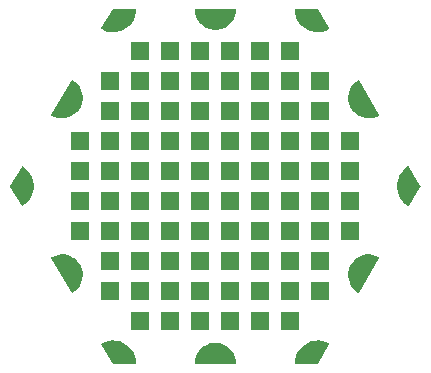
<source format=gbr>
G04 EAGLE Gerber X2 export*
%TF.Part,Single*%
%TF.FileFunction,Copper,L1,Top,Mixed*%
%TF.FilePolarity,Positive*%
%TF.GenerationSoftware,Autodesk,EAGLE,8.7.1*%
%TF.CreationDate,2018-07-15T20:19:29Z*%
G75*
%MOMM*%
%FSLAX34Y34*%
%LPD*%
%AMOC8*
5,1,8,0,0,1.08239X$1,22.5*%
G01*
%ADD10C,1.000000*%
%ADD11R,1.600000X1.600000*%

G36*
X363231Y195709D02*
X363231Y195709D01*
X363260Y195706D01*
X363327Y195728D01*
X363397Y195742D01*
X363421Y195759D01*
X363449Y195768D01*
X363502Y195815D01*
X363561Y195855D01*
X363577Y195879D01*
X363599Y195899D01*
X363630Y195963D01*
X363668Y196022D01*
X363673Y196051D01*
X363685Y196077D01*
X363694Y196177D01*
X363701Y196219D01*
X363698Y196229D01*
X363700Y196243D01*
X363468Y199041D01*
X363458Y199075D01*
X363454Y199123D01*
X362765Y201844D01*
X362750Y201876D01*
X362738Y201922D01*
X361610Y204494D01*
X361590Y204522D01*
X361571Y204566D01*
X360035Y206917D01*
X360011Y206941D01*
X359985Y206982D01*
X358083Y209047D01*
X358055Y209068D01*
X358022Y209103D01*
X355807Y210828D01*
X355776Y210843D01*
X355738Y210873D01*
X353268Y212209D01*
X353235Y212219D01*
X353193Y212242D01*
X352007Y212650D01*
X350553Y213149D01*
X350537Y213154D01*
X350503Y213159D01*
X350457Y213174D01*
X347688Y213636D01*
X347653Y213635D01*
X347606Y213643D01*
X344798Y213643D01*
X344764Y213636D01*
X344716Y213636D01*
X341947Y213174D01*
X341914Y213162D01*
X341867Y213154D01*
X339211Y212242D01*
X339181Y212225D01*
X339136Y212209D01*
X336666Y210873D01*
X336640Y210851D01*
X336597Y210828D01*
X334382Y209103D01*
X334359Y209077D01*
X334321Y209047D01*
X332419Y206982D01*
X332401Y206952D01*
X332369Y206917D01*
X330833Y204566D01*
X330820Y204534D01*
X330794Y204494D01*
X329666Y201922D01*
X329659Y201889D01*
X329656Y201882D01*
X329650Y201873D01*
X329649Y201867D01*
X329639Y201844D01*
X328950Y199123D01*
X328948Y199088D01*
X328936Y199041D01*
X328704Y196243D01*
X328708Y196214D01*
X328703Y196185D01*
X328720Y196116D01*
X328728Y196046D01*
X328742Y196020D01*
X328749Y195992D01*
X328791Y195935D01*
X328826Y195873D01*
X328850Y195855D01*
X328867Y195832D01*
X328928Y195796D01*
X328985Y195753D01*
X329013Y195745D01*
X329038Y195730D01*
X329136Y195714D01*
X329177Y195703D01*
X329188Y195705D01*
X329202Y195703D01*
X363202Y195703D01*
X363231Y195709D01*
G37*
G36*
X347640Y478768D02*
X347640Y478768D01*
X347688Y478768D01*
X350457Y479230D01*
X350490Y479242D01*
X350537Y479250D01*
X353193Y480162D01*
X353223Y480179D01*
X353268Y480195D01*
X355738Y481531D01*
X355764Y481553D01*
X355807Y481576D01*
X358022Y483301D01*
X358045Y483327D01*
X358083Y483357D01*
X359985Y485422D01*
X360003Y485452D01*
X360035Y485487D01*
X361571Y487838D01*
X361584Y487870D01*
X361610Y487910D01*
X362738Y490482D01*
X362745Y490515D01*
X362765Y490560D01*
X363454Y493281D01*
X363456Y493316D01*
X363468Y493363D01*
X363700Y496161D01*
X363696Y496190D01*
X363701Y496219D01*
X363685Y496288D01*
X363676Y496358D01*
X363662Y496384D01*
X363655Y496412D01*
X363613Y496469D01*
X363578Y496531D01*
X363554Y496549D01*
X363537Y496572D01*
X363476Y496608D01*
X363419Y496651D01*
X363391Y496659D01*
X363366Y496674D01*
X363268Y496690D01*
X363227Y496701D01*
X363216Y496699D01*
X363202Y496701D01*
X329202Y496701D01*
X329173Y496695D01*
X329144Y496698D01*
X329077Y496676D01*
X329007Y496662D01*
X328983Y496645D01*
X328955Y496636D01*
X328902Y496589D01*
X328843Y496549D01*
X328828Y496525D01*
X328806Y496505D01*
X328774Y496441D01*
X328736Y496382D01*
X328731Y496353D01*
X328719Y496327D01*
X328710Y496227D01*
X328703Y496185D01*
X328706Y496175D01*
X328704Y496161D01*
X328936Y493363D01*
X328946Y493329D01*
X328950Y493281D01*
X329639Y490560D01*
X329654Y490528D01*
X329666Y490482D01*
X330794Y487910D01*
X330814Y487882D01*
X330833Y487838D01*
X332369Y485487D01*
X332393Y485463D01*
X332419Y485422D01*
X334321Y483357D01*
X334349Y483336D01*
X334382Y483301D01*
X336597Y481576D01*
X336628Y481561D01*
X336666Y481531D01*
X339136Y480195D01*
X339169Y480185D01*
X339211Y480162D01*
X341867Y479250D01*
X341901Y479246D01*
X341947Y479230D01*
X344716Y478768D01*
X344751Y478769D01*
X344798Y478761D01*
X347606Y478761D01*
X347640Y478768D01*
G37*
G36*
X224809Y256012D02*
X224809Y256012D01*
X224880Y256009D01*
X224907Y256019D01*
X224936Y256021D01*
X225026Y256063D01*
X225066Y256078D01*
X225074Y256086D01*
X225087Y256092D01*
X227390Y257691D01*
X227414Y257717D01*
X227454Y257744D01*
X229463Y259701D01*
X229482Y259730D01*
X229517Y259763D01*
X231176Y262024D01*
X231191Y262055D01*
X231220Y262094D01*
X232484Y264597D01*
X232493Y264631D01*
X232515Y264674D01*
X233351Y267351D01*
X233354Y267385D01*
X233369Y267431D01*
X233752Y270210D01*
X233750Y270244D01*
X233756Y270292D01*
X233677Y273095D01*
X233669Y273129D01*
X233668Y273177D01*
X233129Y275929D01*
X233115Y275961D01*
X233106Y276009D01*
X232121Y278634D01*
X232106Y278659D01*
X232101Y278679D01*
X232093Y278690D01*
X232086Y278709D01*
X230682Y281137D01*
X230659Y281163D01*
X230635Y281205D01*
X228851Y283368D01*
X228824Y283390D01*
X228793Y283427D01*
X226677Y285268D01*
X226647Y285285D01*
X226611Y285317D01*
X224220Y286784D01*
X224188Y286795D01*
X224147Y286821D01*
X221548Y287874D01*
X221514Y287881D01*
X221469Y287899D01*
X218732Y288510D01*
X218697Y288511D01*
X218650Y288522D01*
X215850Y288674D01*
X215816Y288669D01*
X215768Y288672D01*
X212980Y288362D01*
X212947Y288351D01*
X212899Y288346D01*
X210201Y287581D01*
X210171Y287565D01*
X210124Y287552D01*
X207589Y286353D01*
X207565Y286336D01*
X207538Y286326D01*
X207486Y286277D01*
X207429Y286234D01*
X207415Y286209D01*
X207394Y286189D01*
X207365Y286124D01*
X207329Y286063D01*
X207326Y286034D01*
X207314Y286007D01*
X207313Y285936D01*
X207304Y285865D01*
X207312Y285837D01*
X207312Y285808D01*
X207346Y285715D01*
X207358Y285674D01*
X207365Y285665D01*
X207370Y285652D01*
X224370Y256252D01*
X224389Y256230D01*
X224402Y256204D01*
X224455Y256156D01*
X224502Y256103D01*
X224528Y256091D01*
X224550Y256071D01*
X224617Y256048D01*
X224681Y256018D01*
X224710Y256016D01*
X224738Y256007D01*
X224809Y256012D01*
G37*
G36*
X476588Y403735D02*
X476588Y403735D01*
X476636Y403732D01*
X479424Y404042D01*
X479457Y404053D01*
X479505Y404058D01*
X482203Y404823D01*
X482233Y404839D01*
X482280Y404852D01*
X484815Y406051D01*
X484839Y406068D01*
X484866Y406078D01*
X484918Y406127D01*
X484975Y406170D01*
X484989Y406195D01*
X485011Y406215D01*
X485039Y406280D01*
X485075Y406342D01*
X485078Y406370D01*
X485090Y406397D01*
X485091Y406468D01*
X485100Y406539D01*
X485092Y406567D01*
X485092Y406596D01*
X485058Y406689D01*
X485046Y406730D01*
X485039Y406739D01*
X485034Y406752D01*
X468034Y436152D01*
X468015Y436174D01*
X468002Y436200D01*
X467949Y436248D01*
X467902Y436301D01*
X467876Y436313D01*
X467854Y436333D01*
X467787Y436356D01*
X467723Y436386D01*
X467694Y436388D01*
X467666Y436397D01*
X467595Y436392D01*
X467524Y436395D01*
X467497Y436385D01*
X467468Y436383D01*
X467378Y436341D01*
X467338Y436326D01*
X467330Y436318D01*
X467317Y436312D01*
X465014Y434713D01*
X464990Y434688D01*
X464950Y434660D01*
X462941Y432703D01*
X462922Y432674D01*
X462887Y432641D01*
X461228Y430380D01*
X461213Y430349D01*
X461184Y430310D01*
X459920Y427807D01*
X459911Y427773D01*
X459889Y427730D01*
X459053Y425053D01*
X459050Y425019D01*
X459035Y424973D01*
X458652Y422194D01*
X458654Y422160D01*
X458648Y422112D01*
X458727Y419309D01*
X458735Y419275D01*
X458736Y419227D01*
X459275Y416475D01*
X459289Y416443D01*
X459298Y416395D01*
X460283Y413770D01*
X460301Y413740D01*
X460318Y413695D01*
X461722Y411267D01*
X461745Y411241D01*
X461769Y411200D01*
X463553Y409036D01*
X463580Y409014D01*
X463611Y408977D01*
X465727Y407136D01*
X465757Y407119D01*
X465793Y407088D01*
X468184Y405620D01*
X468216Y405609D01*
X468257Y405583D01*
X470856Y404530D01*
X470890Y404523D01*
X470935Y404505D01*
X473672Y403894D01*
X473707Y403893D01*
X473754Y403882D01*
X476554Y403730D01*
X476588Y403735D01*
G37*
G36*
X467628Y256013D02*
X467628Y256013D01*
X467699Y256012D01*
X467726Y256023D01*
X467755Y256027D01*
X467817Y256061D01*
X467882Y256089D01*
X467903Y256110D01*
X467928Y256124D01*
X467991Y256200D01*
X468021Y256231D01*
X468025Y256241D01*
X468034Y256252D01*
X485034Y285652D01*
X485043Y285680D01*
X485060Y285704D01*
X485075Y285773D01*
X485097Y285841D01*
X485095Y285870D01*
X485101Y285898D01*
X485088Y285968D01*
X485082Y286039D01*
X485069Y286065D01*
X485063Y286093D01*
X485023Y286152D01*
X484991Y286215D01*
X484968Y286234D01*
X484952Y286258D01*
X484870Y286315D01*
X484837Y286342D01*
X484827Y286345D01*
X484815Y286353D01*
X482280Y287552D01*
X482246Y287560D01*
X482203Y287581D01*
X479505Y288346D01*
X479470Y288348D01*
X479424Y288362D01*
X476636Y288672D01*
X476602Y288669D01*
X476554Y288674D01*
X473754Y288522D01*
X473720Y288513D01*
X473672Y288510D01*
X470935Y287899D01*
X470903Y287885D01*
X470856Y287874D01*
X468257Y286821D01*
X468228Y286802D01*
X468184Y286784D01*
X465793Y285317D01*
X465768Y285293D01*
X465727Y285268D01*
X463611Y283427D01*
X463590Y283400D01*
X463553Y283368D01*
X461769Y281205D01*
X461753Y281174D01*
X461722Y281137D01*
X460318Y278709D01*
X460307Y278676D01*
X460300Y278663D01*
X460290Y278649D01*
X460290Y278646D01*
X460283Y278634D01*
X459298Y276009D01*
X459292Y275974D01*
X459275Y275929D01*
X458736Y273177D01*
X458736Y273143D01*
X458727Y273095D01*
X458648Y270292D01*
X458654Y270258D01*
X458652Y270210D01*
X459035Y267431D01*
X459047Y267399D01*
X459053Y267351D01*
X459889Y264674D01*
X459906Y264643D01*
X459920Y264597D01*
X461184Y262094D01*
X461206Y262067D01*
X461228Y262024D01*
X462887Y259763D01*
X462913Y259740D01*
X462941Y259701D01*
X464950Y257744D01*
X464979Y257725D01*
X465014Y257691D01*
X467317Y256092D01*
X467344Y256080D01*
X467367Y256062D01*
X467435Y256041D01*
X467500Y256013D01*
X467529Y256013D01*
X467557Y256005D01*
X467628Y256013D01*
G37*
G36*
X218650Y403882D02*
X218650Y403882D01*
X218684Y403891D01*
X218732Y403894D01*
X221469Y404505D01*
X221501Y404519D01*
X221548Y404530D01*
X224147Y405583D01*
X224176Y405602D01*
X224220Y405620D01*
X226611Y407088D01*
X226636Y407111D01*
X226677Y407136D01*
X228793Y408977D01*
X228814Y409004D01*
X228851Y409036D01*
X230635Y411200D01*
X230651Y411230D01*
X230682Y411267D01*
X232086Y413695D01*
X232097Y413728D01*
X232121Y413770D01*
X233106Y416395D01*
X233112Y416430D01*
X233129Y416475D01*
X233668Y419227D01*
X233668Y419262D01*
X233677Y419309D01*
X233756Y422112D01*
X233751Y422146D01*
X233752Y422194D01*
X233369Y424973D01*
X233357Y425005D01*
X233351Y425053D01*
X232515Y427730D01*
X232498Y427761D01*
X232484Y427807D01*
X231220Y430310D01*
X231198Y430337D01*
X231176Y430380D01*
X229517Y432641D01*
X229491Y432664D01*
X229463Y432703D01*
X227454Y434660D01*
X227425Y434679D01*
X227390Y434713D01*
X225087Y436312D01*
X225060Y436324D01*
X225037Y436342D01*
X224969Y436363D01*
X224904Y436391D01*
X224875Y436391D01*
X224847Y436399D01*
X224776Y436391D01*
X224705Y436392D01*
X224678Y436381D01*
X224649Y436377D01*
X224587Y436343D01*
X224522Y436315D01*
X224501Y436294D01*
X224476Y436280D01*
X224413Y436204D01*
X224383Y436173D01*
X224379Y436163D01*
X224370Y436152D01*
X207370Y406752D01*
X207361Y406724D01*
X207344Y406700D01*
X207329Y406631D01*
X207307Y406563D01*
X207309Y406534D01*
X207303Y406506D01*
X207316Y406436D01*
X207322Y406365D01*
X207335Y406339D01*
X207341Y406311D01*
X207381Y406252D01*
X207413Y406189D01*
X207436Y406170D01*
X207452Y406146D01*
X207534Y406089D01*
X207567Y406062D01*
X207577Y406059D01*
X207589Y406051D01*
X210124Y404852D01*
X210158Y404844D01*
X210201Y404823D01*
X212899Y404058D01*
X212934Y404056D01*
X212980Y404042D01*
X215768Y403732D01*
X215802Y403735D01*
X215850Y403730D01*
X218650Y403882D01*
G37*
G36*
X509929Y329213D02*
X509929Y329213D01*
X510000Y329213D01*
X510027Y329224D01*
X510056Y329227D01*
X510118Y329262D01*
X510183Y329290D01*
X510204Y329310D01*
X510229Y329325D01*
X510292Y329402D01*
X510322Y329432D01*
X510326Y329442D01*
X510335Y329453D01*
X519835Y345953D01*
X519845Y345985D01*
X519854Y345998D01*
X519858Y346022D01*
X519859Y346026D01*
X519890Y346096D01*
X519890Y346120D01*
X519898Y346142D01*
X519892Y346218D01*
X519893Y346295D01*
X519883Y346319D01*
X519882Y346340D01*
X519861Y346379D01*
X519835Y346451D01*
X510335Y362951D01*
X510316Y362973D01*
X510303Y362999D01*
X510250Y363047D01*
X510203Y363100D01*
X510177Y363113D01*
X510156Y363132D01*
X510088Y363155D01*
X510024Y363186D01*
X509995Y363188D01*
X509968Y363197D01*
X509896Y363192D01*
X509825Y363195D01*
X509798Y363185D01*
X509769Y363183D01*
X509679Y363141D01*
X509639Y363126D01*
X509631Y363119D01*
X509618Y363113D01*
X507095Y361371D01*
X507071Y361347D01*
X507033Y361320D01*
X504821Y359196D01*
X504802Y359168D01*
X504768Y359136D01*
X502926Y356685D01*
X502912Y356654D01*
X502883Y356617D01*
X501458Y353902D01*
X501449Y353871D01*
X501433Y353846D01*
X501432Y353838D01*
X501427Y353828D01*
X500456Y350920D01*
X500452Y350886D01*
X500437Y350842D01*
X499945Y347815D01*
X499946Y347781D01*
X499938Y347735D01*
X499938Y344669D01*
X499939Y344665D01*
X499939Y344663D01*
X499945Y344636D01*
X499945Y344589D01*
X500437Y341562D01*
X500449Y341531D01*
X500456Y341484D01*
X501427Y338576D01*
X501444Y338547D01*
X501458Y338502D01*
X502883Y335787D01*
X502905Y335761D01*
X502926Y335719D01*
X504768Y333268D01*
X504793Y333245D01*
X504821Y333208D01*
X507033Y331084D01*
X507061Y331066D01*
X507095Y331033D01*
X509618Y329291D01*
X509645Y329280D01*
X509667Y329261D01*
X509736Y329241D01*
X509801Y329213D01*
X509830Y329213D01*
X509858Y329205D01*
X509929Y329213D01*
G37*
G36*
X182508Y329212D02*
X182508Y329212D01*
X182579Y329209D01*
X182606Y329219D01*
X182635Y329221D01*
X182725Y329263D01*
X182765Y329278D01*
X182773Y329285D01*
X182786Y329291D01*
X185309Y331033D01*
X185333Y331057D01*
X185371Y331084D01*
X187583Y333208D01*
X187602Y333236D01*
X187636Y333268D01*
X189478Y335719D01*
X189492Y335750D01*
X189521Y335787D01*
X190946Y338502D01*
X190955Y338535D01*
X190977Y338576D01*
X191948Y341484D01*
X191952Y341518D01*
X191967Y341562D01*
X192459Y344589D01*
X192458Y344623D01*
X192466Y344669D01*
X192466Y347735D01*
X192459Y347768D01*
X192459Y347815D01*
X191967Y350842D01*
X191955Y350873D01*
X191948Y350920D01*
X190977Y353828D01*
X190964Y353851D01*
X190958Y353876D01*
X190951Y353885D01*
X190946Y353902D01*
X189521Y356617D01*
X189499Y356643D01*
X189478Y356685D01*
X187636Y359136D01*
X187611Y359159D01*
X187583Y359196D01*
X185371Y361320D01*
X185343Y361338D01*
X185309Y361371D01*
X182786Y363113D01*
X182759Y363124D01*
X182737Y363143D01*
X182668Y363163D01*
X182603Y363191D01*
X182574Y363191D01*
X182546Y363199D01*
X182475Y363191D01*
X182404Y363192D01*
X182377Y363180D01*
X182348Y363177D01*
X182286Y363142D01*
X182221Y363114D01*
X182200Y363094D01*
X182175Y363079D01*
X182112Y363002D01*
X182082Y362972D01*
X182078Y362962D01*
X182069Y362951D01*
X172569Y346451D01*
X172545Y346378D01*
X172514Y346308D01*
X172514Y346284D01*
X172506Y346262D01*
X172513Y346186D01*
X172512Y346109D01*
X172521Y346085D01*
X172522Y346064D01*
X172543Y346025D01*
X172562Y345973D01*
X172563Y345967D01*
X172565Y345965D01*
X172569Y345953D01*
X182069Y329453D01*
X182088Y329431D01*
X182101Y329405D01*
X182154Y329357D01*
X182201Y329304D01*
X182227Y329291D01*
X182249Y329272D01*
X182316Y329249D01*
X182380Y329218D01*
X182409Y329217D01*
X182436Y329207D01*
X182508Y329212D01*
G37*
G36*
X432878Y195718D02*
X432878Y195718D01*
X432956Y195727D01*
X432975Y195738D01*
X432997Y195742D01*
X433061Y195786D01*
X433129Y195825D01*
X433145Y195844D01*
X433161Y195855D01*
X433185Y195893D01*
X433235Y195953D01*
X442735Y212453D01*
X442744Y212480D01*
X442760Y212504D01*
X442775Y212574D01*
X442798Y212642D01*
X442795Y212670D01*
X442801Y212698D01*
X442788Y212769D01*
X442782Y212840D01*
X442769Y212865D01*
X442763Y212893D01*
X442723Y212953D01*
X442690Y213016D01*
X442668Y213034D01*
X442652Y213058D01*
X442569Y213116D01*
X442537Y213143D01*
X442526Y213146D01*
X442516Y213153D01*
X439750Y214462D01*
X439717Y214470D01*
X439674Y214490D01*
X436734Y215338D01*
X436700Y215341D01*
X436656Y215354D01*
X433618Y215719D01*
X433584Y215716D01*
X433537Y215722D01*
X430480Y215595D01*
X430447Y215587D01*
X430400Y215586D01*
X427403Y214970D01*
X427372Y214957D01*
X427326Y214948D01*
X424466Y213859D01*
X424438Y213841D01*
X424394Y213825D01*
X421746Y212291D01*
X421720Y212269D01*
X421680Y212246D01*
X419312Y210308D01*
X419290Y210281D01*
X419254Y210252D01*
X417227Y207959D01*
X417211Y207930D01*
X417179Y207895D01*
X415547Y205307D01*
X415535Y205275D01*
X415510Y205236D01*
X414314Y202419D01*
X414307Y202386D01*
X414304Y202379D01*
X414300Y202373D01*
X414299Y202367D01*
X414288Y202343D01*
X413560Y199371D01*
X413558Y199337D01*
X413547Y199292D01*
X413304Y196242D01*
X413308Y196213D01*
X413303Y196185D01*
X413320Y196116D01*
X413328Y196044D01*
X413343Y196020D01*
X413349Y195992D01*
X413392Y195934D01*
X413428Y195872D01*
X413450Y195855D01*
X413467Y195832D01*
X413529Y195795D01*
X413586Y195752D01*
X413614Y195745D01*
X413638Y195730D01*
X413738Y195714D01*
X413779Y195703D01*
X413789Y195705D01*
X413802Y195703D01*
X432802Y195703D01*
X432878Y195718D01*
G37*
G36*
X433571Y476687D02*
X433571Y476687D01*
X433618Y476685D01*
X436656Y477050D01*
X436688Y477061D01*
X436734Y477066D01*
X439674Y477914D01*
X439704Y477930D01*
X439750Y477942D01*
X442516Y479251D01*
X442538Y479268D01*
X442565Y479278D01*
X442617Y479327D01*
X442675Y479370D01*
X442689Y479395D01*
X442710Y479414D01*
X442739Y479480D01*
X442775Y479542D01*
X442778Y479570D01*
X442790Y479596D01*
X442791Y479668D01*
X442800Y479739D01*
X442792Y479766D01*
X442793Y479795D01*
X442757Y479890D01*
X442746Y479930D01*
X442739Y479939D01*
X442735Y479951D01*
X433235Y496451D01*
X433183Y496510D01*
X433137Y496572D01*
X433118Y496583D01*
X433103Y496600D01*
X433033Y496634D01*
X432966Y496674D01*
X432942Y496678D01*
X432924Y496686D01*
X432879Y496688D01*
X432802Y496701D01*
X413802Y496701D01*
X413774Y496696D01*
X413746Y496698D01*
X413678Y496676D01*
X413607Y496662D01*
X413584Y496646D01*
X413557Y496637D01*
X413502Y496590D01*
X413443Y496549D01*
X413428Y496525D01*
X413407Y496507D01*
X413375Y496442D01*
X413336Y496382D01*
X413331Y496354D01*
X413319Y496328D01*
X413310Y496227D01*
X413303Y496185D01*
X413305Y496175D01*
X413304Y496162D01*
X413547Y493112D01*
X413556Y493080D01*
X413560Y493033D01*
X414288Y490061D01*
X414303Y490030D01*
X414314Y489985D01*
X415510Y487168D01*
X415529Y487140D01*
X415547Y487097D01*
X417179Y484509D01*
X417203Y484485D01*
X417227Y484445D01*
X419254Y482152D01*
X419281Y482132D01*
X419312Y482096D01*
X421680Y480158D01*
X421710Y480142D01*
X421746Y480113D01*
X424394Y478580D01*
X424426Y478569D01*
X424466Y478545D01*
X427326Y477457D01*
X427359Y477451D01*
X427403Y477434D01*
X430400Y476818D01*
X430434Y476818D01*
X430480Y476809D01*
X433537Y476682D01*
X433571Y476687D01*
G37*
G36*
X278630Y195708D02*
X278630Y195708D01*
X278658Y195706D01*
X278726Y195728D01*
X278797Y195742D01*
X278820Y195758D01*
X278847Y195767D01*
X278902Y195814D01*
X278961Y195855D01*
X278976Y195879D01*
X278998Y195897D01*
X279029Y195962D01*
X279068Y196022D01*
X279073Y196050D01*
X279085Y196076D01*
X279094Y196177D01*
X279101Y196219D01*
X279099Y196229D01*
X279100Y196242D01*
X278857Y199292D01*
X278848Y199324D01*
X278844Y199371D01*
X278116Y202343D01*
X278101Y202374D01*
X278090Y202419D01*
X276894Y205236D01*
X276875Y205264D01*
X276857Y205307D01*
X275225Y207895D01*
X275201Y207919D01*
X275177Y207959D01*
X273150Y210252D01*
X273123Y210272D01*
X273092Y210308D01*
X270725Y212246D01*
X270694Y212262D01*
X270658Y212291D01*
X268010Y213825D01*
X267978Y213835D01*
X267938Y213859D01*
X265078Y214948D01*
X265045Y214953D01*
X265001Y214970D01*
X262004Y215586D01*
X261970Y215586D01*
X261924Y215595D01*
X258867Y215722D01*
X258833Y215717D01*
X258786Y215719D01*
X255748Y215354D01*
X255716Y215343D01*
X255670Y215338D01*
X252730Y214490D01*
X252700Y214474D01*
X252655Y214462D01*
X249889Y213153D01*
X249866Y213136D01*
X249839Y213126D01*
X249787Y213077D01*
X249729Y213034D01*
X249715Y213009D01*
X249694Y212990D01*
X249665Y212924D01*
X249629Y212862D01*
X249626Y212834D01*
X249614Y212808D01*
X249613Y212736D01*
X249604Y212665D01*
X249612Y212638D01*
X249612Y212609D01*
X249647Y212514D01*
X249658Y212474D01*
X249665Y212465D01*
X249669Y212453D01*
X259169Y195953D01*
X259221Y195895D01*
X259267Y195832D01*
X259286Y195821D01*
X259301Y195804D01*
X259371Y195770D01*
X259438Y195730D01*
X259463Y195726D01*
X259480Y195718D01*
X259525Y195716D01*
X259602Y195703D01*
X278602Y195703D01*
X278630Y195708D01*
G37*
G36*
X261924Y476809D02*
X261924Y476809D01*
X261957Y476817D01*
X262004Y476818D01*
X265001Y477434D01*
X265032Y477447D01*
X265078Y477457D01*
X267938Y478545D01*
X267967Y478563D01*
X268010Y478580D01*
X270658Y480113D01*
X270684Y480135D01*
X270725Y480158D01*
X273092Y482096D01*
X273114Y482123D01*
X273150Y482152D01*
X275177Y484445D01*
X275194Y484474D01*
X275225Y484509D01*
X276857Y487097D01*
X276869Y487129D01*
X276894Y487168D01*
X278090Y489985D01*
X278097Y490018D01*
X278116Y490061D01*
X278844Y493033D01*
X278846Y493067D01*
X278857Y493112D01*
X279100Y496162D01*
X279096Y496191D01*
X279101Y496219D01*
X279084Y496288D01*
X279076Y496360D01*
X279062Y496384D01*
X279055Y496412D01*
X279012Y496470D01*
X278977Y496532D01*
X278954Y496549D01*
X278937Y496572D01*
X278875Y496609D01*
X278818Y496652D01*
X278790Y496659D01*
X278766Y496674D01*
X278666Y496690D01*
X278625Y496701D01*
X278615Y496699D01*
X278602Y496701D01*
X259602Y496701D01*
X259526Y496686D01*
X259448Y496677D01*
X259429Y496666D01*
X259407Y496662D01*
X259343Y496618D01*
X259275Y496579D01*
X259259Y496560D01*
X259243Y496549D01*
X259219Y496511D01*
X259169Y496451D01*
X249669Y479951D01*
X249660Y479924D01*
X249644Y479900D01*
X249629Y479830D01*
X249606Y479762D01*
X249609Y479734D01*
X249603Y479706D01*
X249617Y479636D01*
X249622Y479564D01*
X249635Y479539D01*
X249641Y479511D01*
X249681Y479451D01*
X249714Y479388D01*
X249736Y479370D01*
X249752Y479346D01*
X249835Y479288D01*
X249867Y479261D01*
X249878Y479258D01*
X249889Y479251D01*
X252655Y477942D01*
X252688Y477934D01*
X252730Y477914D01*
X255670Y477066D01*
X255704Y477063D01*
X255748Y477050D01*
X258786Y476685D01*
X258820Y476688D01*
X258867Y476682D01*
X261924Y476809D01*
G37*
D10*
X428802Y489302D03*
X511402Y346202D03*
X428802Y203102D03*
X263602Y203102D03*
X181002Y346202D03*
X263602Y489302D03*
X470102Y417702D03*
X470102Y274702D03*
X346202Y203102D03*
X222302Y274702D03*
X222302Y417702D03*
X346202Y489302D03*
D11*
X333502Y358902D03*
X333502Y333502D03*
X358902Y358902D03*
X358902Y333502D03*
X308102Y333502D03*
X282702Y333502D03*
X257302Y333502D03*
X231902Y333502D03*
X231902Y358902D03*
X257302Y358902D03*
X282702Y358902D03*
X308102Y358902D03*
X384302Y358902D03*
X409702Y358902D03*
X435102Y358902D03*
X460502Y358902D03*
X460502Y333502D03*
X435102Y333502D03*
X409702Y333502D03*
X384302Y333502D03*
X282702Y384302D03*
X257302Y384302D03*
X308102Y384302D03*
X333502Y384302D03*
X358902Y384302D03*
X384302Y384302D03*
X409702Y384302D03*
X435102Y384302D03*
X257302Y308102D03*
X282702Y308102D03*
X308102Y308102D03*
X333502Y308102D03*
X358902Y308102D03*
X384302Y308102D03*
X409702Y308102D03*
X435102Y308102D03*
X282702Y282702D03*
X308102Y282702D03*
X333502Y282702D03*
X358902Y282702D03*
X384302Y282702D03*
X409702Y282702D03*
X282702Y409702D03*
X308102Y409702D03*
X333502Y409702D03*
X358902Y409702D03*
X384302Y409702D03*
X409702Y409702D03*
X409702Y435102D03*
X384302Y435102D03*
X358902Y435102D03*
X333502Y435102D03*
X308102Y435102D03*
X282702Y435102D03*
X282702Y460502D03*
X308102Y460502D03*
X333502Y460502D03*
X358902Y460502D03*
X384302Y460502D03*
X409702Y460502D03*
X257302Y409702D03*
X435102Y409702D03*
X435102Y435102D03*
X257302Y435102D03*
X257302Y282702D03*
X257302Y257302D03*
X282702Y257302D03*
X308102Y257302D03*
X333502Y257302D03*
X358902Y257302D03*
X384302Y257302D03*
X409702Y257302D03*
X435102Y257302D03*
X435102Y282702D03*
X409702Y231902D03*
X384302Y231902D03*
X358902Y231902D03*
X333502Y231902D03*
X308102Y231902D03*
X282702Y231902D03*
X231902Y308102D03*
X231902Y384302D03*
X460502Y384302D03*
X460502Y308102D03*
M02*

</source>
